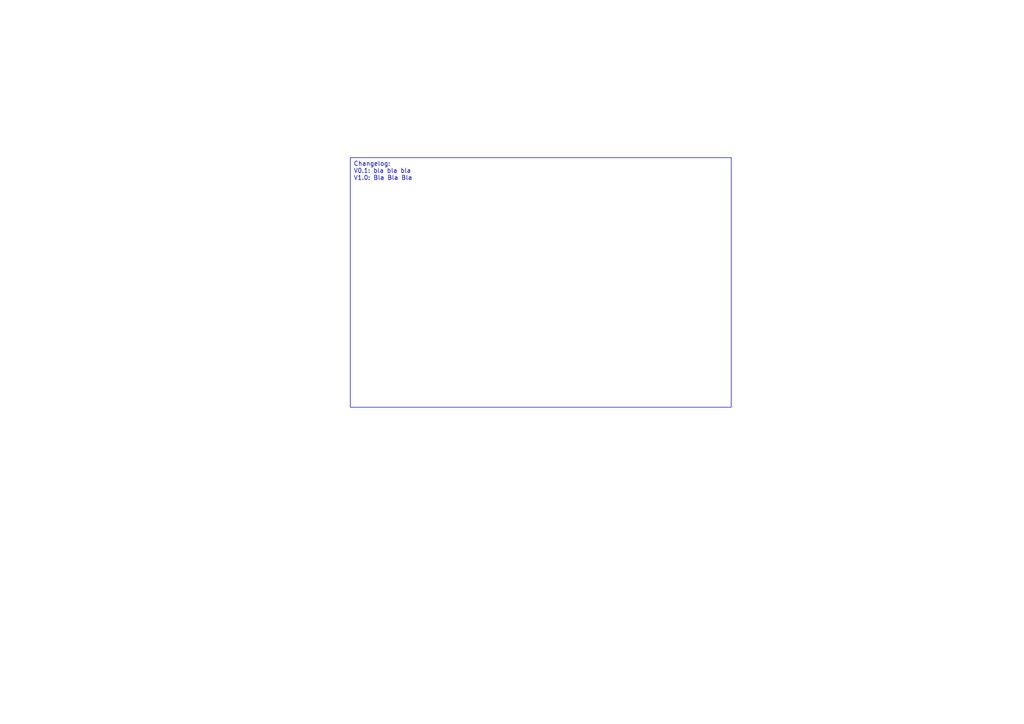
<source format=kicad_sch>
(kicad_sch (version 20230121) (generator eeschema)
  (paper "A4")
  (lib_symbols)
  (text_box "Changelog:\nV0.1: bla bla bla\nV1.0: Bla Bla Bla\n" (at 101.6 45.72 0) (size 110.49 72.39) (effects (font (size 1.27 1.27)) (justify left top)))
)
</source>
